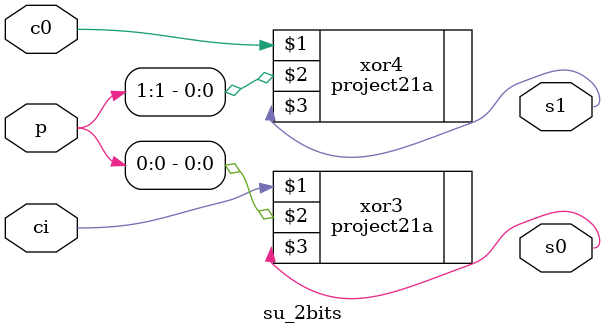
<source format=v>
module su_2bits
(
  input [1:0] p,
  input ci,c0,
  output s0, s1
);

project21a xor3 ( ci, p[0], s0 );
project21a xor4 ( c0, p[1], s1 );

endmodule


</source>
